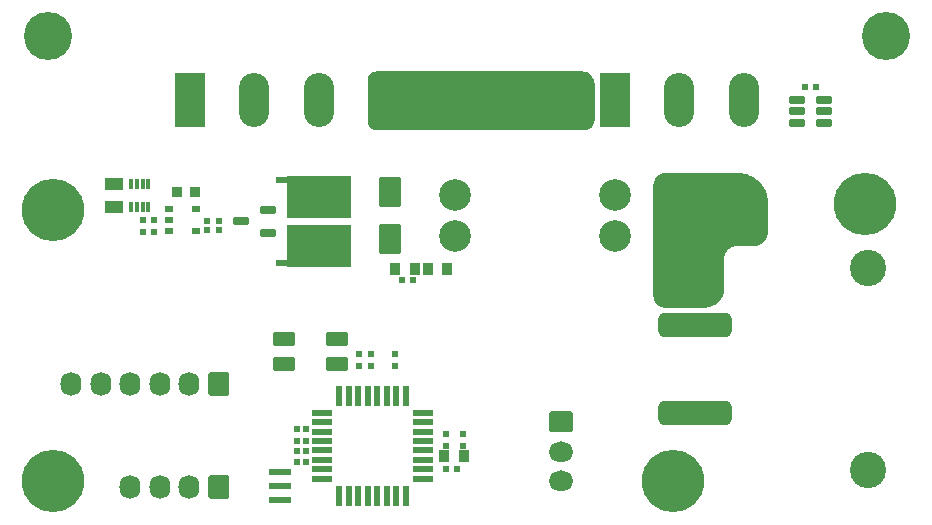
<source format=gts>
%FSLAX23Y23*%
%MOIN*%
%SFA1B1*%

%IPPOS*%
%AMD33*
4,1,8,-0.023100,-0.013300,0.023100,-0.013300,0.027600,-0.008900,0.027600,0.008900,0.023100,0.013300,-0.023100,0.013300,-0.027600,0.008900,-0.027600,-0.008900,-0.023100,-0.013300,0.0*
1,1,0.008900,-0.023100,-0.008900*
1,1,0.008900,0.023100,-0.008900*
1,1,0.008900,0.023100,0.008900*
1,1,0.008900,-0.023100,0.008900*
%
%AMD36*
4,1,8,0.031200,0.023100,-0.031200,0.023100,-0.035900,0.018400,-0.035900,-0.018400,-0.031200,-0.023100,0.031200,-0.023100,0.035900,-0.018400,0.035900,0.018400,0.031200,0.023100,0.0*
1,1,0.009480,0.031200,0.018400*
1,1,0.009480,-0.031200,0.018400*
1,1,0.009480,-0.031200,-0.018400*
1,1,0.009480,0.031200,-0.018400*
%
%AMD44*
4,1,8,0.036900,-0.044200,0.036900,0.044200,0.030500,0.050700,-0.030500,0.050700,-0.036900,0.044200,-0.036900,-0.044200,-0.030500,-0.050700,0.030500,-0.050700,0.036900,-0.044200,0.0*
1,1,0.012920,0.030500,-0.044200*
1,1,0.012920,0.030500,0.044200*
1,1,0.012920,-0.030500,0.044200*
1,1,0.012920,-0.030500,-0.044200*
%
%AMD49*
4,1,8,0.039900,0.000000,0.039900,0.000000,0.004900,0.035000,-0.004900,0.035000,-0.039900,0.000000,-0.039900,0.000000,-0.004900,-0.035000,0.004900,-0.035000,0.039900,0.000000,0.0*
1,1,0.069920,0.004900,0.000000*
1,1,0.069920,0.004900,0.000000*
1,1,0.069920,-0.004900,0.000000*
1,1,0.069920,-0.004900,0.000000*
%
%AMD50*
4,1,8,0.039900,-0.028400,0.039900,0.028400,0.033400,0.035000,-0.033400,0.035000,-0.039900,0.028400,-0.039900,-0.028400,-0.033400,-0.035000,0.033400,-0.035000,0.039900,-0.028400,0.0*
1,1,0.013040,0.033400,-0.028400*
1,1,0.013040,0.033400,0.028400*
1,1,0.013040,-0.033400,0.028400*
1,1,0.013040,-0.033400,-0.028400*
%
%AMD51*
4,1,8,0.000000,-0.039900,0.000000,-0.039900,0.035000,-0.004900,0.035000,0.004900,0.000000,0.039900,0.000000,0.039900,-0.035000,0.004900,-0.035000,-0.004900,0.000000,-0.039900,0.0*
1,1,0.069920,0.000000,-0.004900*
1,1,0.069920,0.000000,-0.004900*
1,1,0.069920,0.000000,0.004900*
1,1,0.069920,0.000000,0.004900*
%
%AMD52*
4,1,8,-0.028400,-0.039900,0.028400,-0.039900,0.035000,-0.033400,0.035000,0.033400,0.028400,0.039900,-0.028400,0.039900,-0.035000,0.033400,-0.035000,-0.033400,-0.028400,-0.039900,0.0*
1,1,0.013040,-0.028400,-0.033400*
1,1,0.013040,0.028400,-0.033400*
1,1,0.013040,0.028400,0.033400*
1,1,0.013040,-0.028400,0.033400*
%
%AMD55*
4,1,8,0.000000,0.090100,0.000000,0.090100,-0.050700,0.039400,-0.050700,-0.039400,0.000000,-0.090100,0.000000,-0.090100,0.050700,-0.039400,0.050700,0.039400,0.000000,0.090100,0.0*
1,1,0.101420,0.000000,0.039400*
1,1,0.101420,0.000000,0.039400*
1,1,0.101420,0.000000,-0.039400*
1,1,0.101420,0.000000,-0.039400*
%
%AMD57*
4,1,8,0.101400,0.040900,-0.101400,0.040900,-0.122600,0.019700,-0.122600,-0.019700,-0.101400,-0.040900,0.101400,-0.040900,0.122600,-0.019700,0.122600,0.019700,0.101400,0.040900,0.0*
1,1,0.042360,0.101400,0.019700*
1,1,0.042360,-0.101400,0.019700*
1,1,0.042360,-0.101400,-0.019700*
1,1,0.042360,0.101400,-0.019700*
%
%ADD31R,0.014800X0.036460*%
%ADD32R,0.022680X0.023460*%
G04~CAMADD=33~8~0.0~0.0~551.6~266.1~44.5~0.0~15~0.0~0.0~0.0~0.0~0~0.0~0.0~0.0~0.0~0~0.0~0.0~0.0~180.0~552.0~266.0*
%ADD33D33*%
%ADD34R,0.212840X0.141180*%
%ADD35R,0.042360X0.022680*%
G04~CAMADD=36~8~0.0~0.0~718.9~463.0~47.4~0.0~15~0.0~0.0~0.0~0.0~0~0.0~0.0~0.0~0.0~0~0.0~0.0~0.0~0.0~718.9~463.0*
%ADD36D36*%
%ADD37R,0.071890X0.018740*%
%ADD38R,0.023460X0.022680*%
%ADD39R,0.065980X0.024650*%
%ADD40R,0.024650X0.065980*%
%ADD41R,0.024990X0.022990*%
%ADD42R,0.058990X0.042990*%
%ADD43R,0.034490X0.040390*%
G04~CAMADD=44~8~0.0~0.0~1014.2~738.6~64.6~0.0~15~0.0~0.0~0.0~0.0~0~0.0~0.0~0.0~0.0~0~0.0~0.0~0.0~270.0~738.0~1014.0*
%ADD44D44*%
%ADD45R,0.037990X0.035280*%
%ADD46R,0.030550X0.023070*%
%ADD47R,0.022990X0.024990*%
%ADD48C,0.207720*%
G04~CAMADD=49~8~0.0~0.0~699.2~797.6~349.6~0.0~15~0.0~0.0~0.0~0.0~0~0.0~0.0~0.0~0.0~0~0.0~0.0~0.0~270.0~798.0~700.0*
%ADD49D49*%
G04~CAMADD=50~8~0.0~0.0~699.2~797.6~65.2~0.0~15~0.0~0.0~0.0~0.0~0~0.0~0.0~0.0~0.0~0~0.0~0.0~0.0~270.0~798.0~700.0*
%ADD50D50*%
G04~CAMADD=51~8~0.0~0.0~699.2~797.6~349.6~0.0~15~0.0~0.0~0.0~0.0~0~0.0~0.0~0.0~0.0~0~0.0~0.0~0.0~180.0~700.0~797.0*
%ADD51D51*%
G04~CAMADD=52~8~0.0~0.0~699.2~797.6~65.2~0.0~15~0.0~0.0~0.0~0.0~0~0.0~0.0~0.0~0.0~0~0.0~0.0~0.0~180.0~700.0~798.0*
%ADD52D52*%
%ADD53C,0.105350*%
%ADD54C,0.160470*%
G04~CAMADD=55~8~0.0~0.0~1014.2~1801.6~507.1~0.0~15~0.0~0.0~0.0~0.0~0~0.0~0.0~0.0~0.0~0~0.0~0.0~0.0~0.0~1014.2~1801.6*
%ADD55D55*%
%ADD56R,0.101420X0.180160*%
G04~CAMADD=57~8~0.0~0.0~2451.2~817.3~211.8~0.0~15~0.0~0.0~0.0~0.0~0~0.0~0.0~0.0~0.0~0~0.0~0.0~0.0~0.0~2451.2~817.3*
%ADD57D57*%
%ADD58C,0.121100*%
%LNbenchyeloadpcb-1*%
%LPD*%
G36*
X2083Y1680D02*
X2086Y1680D01*
X2089Y1679*
X2092Y1678*
X2095Y1677*
X2097Y1676*
X2100Y1674*
X2103Y1672*
X2105Y1670*
X2107Y1668*
X2109Y1666*
X2111Y1663*
X2113Y1660*
X2114Y1658*
X2115Y1655*
X2116Y1652*
X2117Y1649*
X2117Y1646*
X2118Y1643*
Y1641*
Y1519*
Y1518*
X2117Y1515*
X2117Y1512*
X2116Y1510*
X2115Y1507*
X2114Y1504*
X2113Y1502*
X2112Y1499*
X2110Y1497*
X2108Y1495*
X2106Y1493*
X2104Y1491*
X2102Y1490*
X2100Y1488*
X2097Y1487*
X2094Y1486*
X2092Y1485*
X2089Y1484*
X2086Y1484*
X2084Y1484*
X1392*
X1389Y1484*
X1386Y1485*
X1383Y1486*
X1380Y1487*
X1377Y1488*
X1374Y1490*
X1372Y1492*
X1370Y1494*
X1368Y1496*
X1366Y1499*
X1365Y1502*
X1364Y1505*
X1363Y1508*
X1362Y1511*
X1362Y1514*
Y1515*
Y1653*
Y1654*
X1362Y1657*
X1363Y1660*
X1363Y1662*
X1364Y1665*
X1366Y1667*
X1367Y1669*
X1369Y1672*
X1371Y1673*
X1373Y1675*
X1375Y1677*
X1377Y1678*
X1380Y1679*
X1383Y1680*
X1385Y1680*
X1388Y1681*
X2080*
X2083Y1680*
G37*
G36*
X2596Y1342D02*
X2599D01*
X2605Y1342*
X2610Y1341*
X2616Y1340*
X2621Y1339*
X2627Y1337*
X2632Y1335*
X2637Y1333*
X2642Y1331*
X2647Y1328*
X2652Y1325*
X2657Y1322*
X2661Y1318*
X2665Y1315*
X2669Y1311*
X2673Y1307*
X2676Y1302*
X2680Y1298*
X2683Y1293*
X2685Y1288*
X2688Y1283*
X2690Y1278*
X2692Y1272*
X2693Y1267*
X2694Y1262*
X2695Y1256*
X2696Y1250*
X2696Y1245*
Y1242*
Y1149*
Y1147*
X2696Y1144*
X2696Y1141*
X2695Y1137*
X2694Y1134*
X2693Y1131*
X2692Y1128*
X2690Y1125*
X2689Y1122*
X2687Y1119*
X2685Y1117*
X2683Y1114*
X2680Y1112*
X2678Y1110*
X2675Y1107*
X2672Y1106*
X2669Y1104*
X2666Y1102*
X2663Y1101*
X2660Y1100*
X2657Y1099*
X2654Y1099*
X2650Y1098*
X2647Y1098*
X2590*
X2589Y1098*
X2585Y1098*
X2582Y1097*
X2579Y1096*
X2576Y1095*
X2574Y1094*
X2571Y1093*
X2568Y1091*
X2566Y1089*
X2563Y1087*
X2561Y1085*
X2559Y1083*
X2557Y1080*
X2556Y1078*
X2554Y1075*
X2553Y1072*
X2552Y1069*
X2551Y1066*
X2551Y1063*
X2551Y1060*
X2551Y1059*
Y960*
Y958*
X2550Y954*
X2550Y949*
X2549Y945*
X2548Y941*
X2546Y937*
X2545Y932*
X2543Y929*
X2541Y925*
X2538Y921*
X2536Y918*
X2533Y914*
X2530Y911*
X2526Y908*
X2523Y906*
X2519Y903*
X2515Y901*
X2511Y899*
X2507Y897*
X2503Y896*
X2499Y895*
X2495Y894*
X2490Y893*
X2486Y893*
X2354*
X2352*
X2349Y893*
X2346Y894*
X2343Y895*
X2340Y896*
X2337Y897*
X2335Y898*
X2332Y900*
X2329Y902*
X2327Y904*
X2325Y906*
X2323Y908*
X2321Y911*
X2319Y913*
X2318Y916*
X2317Y919*
X2316Y922*
X2315Y925*
X2315Y928*
X2314Y931*
Y933*
Y1303*
Y1304*
X2315Y1307*
X2315Y1310*
X2316Y1313*
X2317Y1316*
X2318Y1319*
X2319Y1322*
X2321Y1325*
X2323Y1327*
X2325Y1329*
X2327Y1332*
X2329Y1334*
X2332Y1335*
X2335Y1337*
X2337Y1338*
X2340Y1340*
X2343Y1341*
X2346Y1341*
X2349Y1342*
X2352Y1342*
X2354*
X2596*
G37*
G54D31*
X631Y1230D03*
X612D03*
X592D03*
X572D03*
Y1305D03*
X592D03*
X612D03*
X631D03*
G54D32*
X2857Y1629D03*
X2819D03*
X1660Y354D03*
X1622D03*
X1477Y984D03*
X1514D03*
X865Y1151D03*
X827D03*
G54D33*
X2793Y1509D03*
Y1547D03*
Y1584D03*
X2883D03*
Y1547D03*
Y1509D03*
X939Y1181D03*
X1029Y1218D03*
Y1143D03*
G54D34*
X1200Y1100D03*
Y1262D03*
G54D35*
X1077Y1043D03*
Y1319D03*
G54D36*
X1261Y705D03*
X1084D03*
X1261Y790D03*
X1084D03*
G54D37*
X1071Y346D03*
Y299D03*
Y251D03*
G54D38*
X1157Y487D03*
Y449D03*
X1125Y487D03*
Y449D03*
X1157Y416D03*
Y378D03*
X1125Y416D03*
Y378D03*
X1681Y433D03*
Y471D03*
X1622Y433D03*
Y471D03*
G54D39*
X1210Y543D03*
Y511D03*
Y480D03*
Y448D03*
Y417D03*
Y385D03*
Y354D03*
Y322D03*
X1545D03*
Y354D03*
Y385D03*
Y417D03*
Y448D03*
Y480D03*
Y511D03*
Y543D03*
G54D40*
X1267Y265D03*
X1299D03*
X1330D03*
X1362D03*
X1393D03*
X1425D03*
X1456D03*
X1488D03*
Y600D03*
X1456D03*
X1425D03*
X1393D03*
X1362D03*
X1330D03*
X1299D03*
X1267D03*
G54D41*
X1452Y700D03*
Y740D03*
X1374Y700D03*
Y740D03*
X1334Y700D03*
Y740D03*
X649Y1185D03*
Y1145D03*
X614Y1185D03*
Y1145D03*
G54D42*
X515Y1230D03*
Y1305D03*
G54D43*
X1617Y397D03*
X1682D03*
X1626Y1023D03*
X1562D03*
X1518D03*
X1453D03*
G54D44*
X1437Y1122D03*
Y1279D03*
G54D45*
X786Y1279D03*
X725D03*
G54D46*
X698Y1222D03*
Y1185D03*
Y1147D03*
X789D03*
Y1222D03*
G54D47*
X826Y1181D03*
X866D03*
G54D48*
X3019Y1240D03*
X314Y1220D03*
Y314D03*
X2381D03*
G54D49*
X2007Y314D03*
Y413D03*
G54D50*
X2007Y511D03*
G54D51*
X570Y295D03*
X669D03*
X767D03*
X374Y639D03*
X472D03*
X570D03*
X669D03*
X767D03*
G54D52*
X866Y295D03*
Y639D03*
G54D53*
X2185Y1267D03*
Y1133D03*
X1653D03*
Y1267D03*
G54D54*
X3089Y1798D03*
X296D03*
G54D55*
X984Y1586D03*
X1198D03*
X2616D03*
X2401D03*
G54D56*
X769Y1586D03*
X2187D03*
G54D57*
X2452Y836D03*
Y541D03*
G54D58*
X3031Y1025D03*
Y352D03*
M02*
</source>
